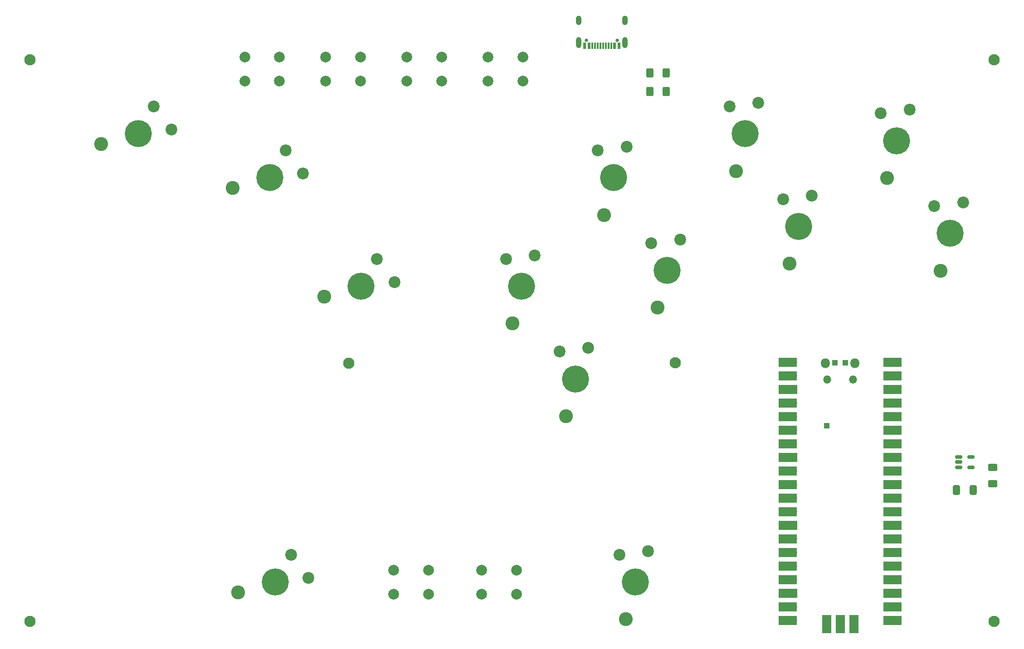
<source format=gts>
%TF.GenerationSoftware,KiCad,Pcbnew,7.0.2*%
%TF.CreationDate,2023-06-22T21:43:46+09:00*%
%TF.ProjectId,mana-board-kicad,6d616e61-2d62-46f6-9172-642d6b696361,rev?*%
%TF.SameCoordinates,Original*%
%TF.FileFunction,Soldermask,Top*%
%TF.FilePolarity,Negative*%
%FSLAX46Y46*%
G04 Gerber Fmt 4.6, Leading zero omitted, Abs format (unit mm)*
G04 Created by KiCad (PCBNEW 7.0.2) date 2023-06-22 21:43:46*
%MOMM*%
%LPD*%
G01*
G04 APERTURE LIST*
G04 Aperture macros list*
%AMRoundRect*
0 Rectangle with rounded corners*
0 $1 Rounding radius*
0 $2 $3 $4 $5 $6 $7 $8 $9 X,Y pos of 4 corners*
0 Add a 4 corners polygon primitive as box body*
4,1,4,$2,$3,$4,$5,$6,$7,$8,$9,$2,$3,0*
0 Add four circle primitives for the rounded corners*
1,1,$1+$1,$2,$3*
1,1,$1+$1,$4,$5*
1,1,$1+$1,$6,$7*
1,1,$1+$1,$8,$9*
0 Add four rect primitives between the rounded corners*
20,1,$1+$1,$2,$3,$4,$5,0*
20,1,$1+$1,$4,$5,$6,$7,0*
20,1,$1+$1,$6,$7,$8,$9,0*
20,1,$1+$1,$8,$9,$2,$3,0*%
G04 Aperture macros list end*
%ADD10C,2.600000*%
%ADD11C,5.050000*%
%ADD12C,2.200000*%
%ADD13C,2.100000*%
%ADD14RoundRect,0.250000X0.412500X0.650000X-0.412500X0.650000X-0.412500X-0.650000X0.412500X-0.650000X0*%
%ADD15RoundRect,0.250000X0.400000X0.625000X-0.400000X0.625000X-0.400000X-0.625000X0.400000X-0.625000X0*%
%ADD16R,1.000000X1.000000*%
%ADD17C,2.000000*%
%ADD18RoundRect,0.250000X-0.625000X0.400000X-0.625000X-0.400000X0.625000X-0.400000X0.625000X0.400000X0*%
%ADD19O,1.800000X1.800000*%
%ADD20O,1.500000X1.500000*%
%ADD21O,1.700000X1.700000*%
%ADD22R,3.500000X1.700000*%
%ADD23R,1.700000X1.700000*%
%ADD24R,1.700000X3.500000*%
%ADD25C,0.650000*%
%ADD26R,0.600000X1.150000*%
%ADD27R,0.300000X1.150000*%
%ADD28O,1.000000X2.100000*%
%ADD29O,1.000000X1.800000*%
%ADD30RoundRect,0.150000X-0.512500X-0.150000X0.512500X-0.150000X0.512500X0.150000X-0.512500X0.150000X0*%
G04 APERTURE END LIST*
D10*
%TO.C,B1*%
X165792967Y-109656184D03*
D11*
X167548094Y-102696153D03*
D12*
X164598094Y-97586603D03*
X169978221Y-96905256D03*
%TD*%
D13*
%TO.C,REF\u002A\u002A*%
X186229639Y-99721323D03*
%TD*%
%TO.C,REF\u002A\u002A*%
X65750000Y-43000000D03*
%TD*%
D14*
%TO.C,C1*%
X241812500Y-123500000D03*
X238687500Y-123500000D03*
%TD*%
D10*
%TO.C,B3*%
X155792968Y-92335677D03*
D11*
X157548095Y-85375646D03*
D12*
X154598095Y-80266096D03*
X159978222Y-79584749D03*
%TD*%
D15*
%TO.C,R4*%
X184550000Y-45500000D03*
X181450000Y-45500000D03*
%TD*%
D16*
%TO.C,TP6*%
X214500000Y-111470000D03*
%TD*%
D17*
%TO.C,S1*%
X136110000Y-42500000D03*
X142610000Y-42500000D03*
X136110000Y-47000000D03*
X142610000Y-47000000D03*
%TD*%
D18*
%TO.C,R6*%
X245500000Y-119200000D03*
X245500000Y-122300000D03*
%TD*%
D17*
%TO.C,S2*%
X151250000Y-42500000D03*
X157750000Y-42500000D03*
X151250000Y-47000000D03*
X157750000Y-47000000D03*
%TD*%
D10*
%TO.C,B4*%
X172943602Y-72041447D03*
D11*
X174698729Y-65081416D03*
D12*
X171748729Y-59971866D03*
X177128856Y-59290519D03*
%TD*%
D19*
%TO.C,U1*%
X214275000Y-99750000D03*
D20*
X214575000Y-102780000D03*
X219425000Y-102780000D03*
D19*
X219725000Y-99750000D03*
D21*
X208110000Y-99620000D03*
D22*
X207210000Y-99620000D03*
D21*
X208110000Y-102160000D03*
D22*
X207210000Y-102160000D03*
D23*
X208110000Y-104700000D03*
D22*
X207210000Y-104700000D03*
D21*
X208110000Y-107240000D03*
D22*
X207210000Y-107240000D03*
D21*
X208110000Y-109780000D03*
D22*
X207210000Y-109780000D03*
D21*
X208110000Y-112320000D03*
D22*
X207210000Y-112320000D03*
D21*
X208110000Y-114860000D03*
D22*
X207210000Y-114860000D03*
D23*
X208110000Y-117400000D03*
D22*
X207210000Y-117400000D03*
D21*
X208110000Y-119940000D03*
D22*
X207210000Y-119940000D03*
D21*
X208110000Y-122480000D03*
D22*
X207210000Y-122480000D03*
D21*
X208110000Y-125020000D03*
D22*
X207210000Y-125020000D03*
D21*
X208110000Y-127560000D03*
D22*
X207210000Y-127560000D03*
D23*
X208110000Y-130100000D03*
D22*
X207210000Y-130100000D03*
D21*
X208110000Y-132640000D03*
D22*
X207210000Y-132640000D03*
D21*
X208110000Y-135180000D03*
D22*
X207210000Y-135180000D03*
D21*
X208110000Y-137720000D03*
D22*
X207210000Y-137720000D03*
D21*
X208110000Y-140260000D03*
D22*
X207210000Y-140260000D03*
D23*
X208110000Y-142800000D03*
D22*
X207210000Y-142800000D03*
D21*
X208110000Y-145340000D03*
D22*
X207210000Y-145340000D03*
D21*
X208110000Y-147880000D03*
D22*
X207210000Y-147880000D03*
D21*
X225890000Y-147880000D03*
D22*
X226790000Y-147880000D03*
D21*
X225890000Y-145340000D03*
D22*
X226790000Y-145340000D03*
D23*
X225890000Y-142800000D03*
D22*
X226790000Y-142800000D03*
D21*
X225890000Y-140260000D03*
D22*
X226790000Y-140260000D03*
D21*
X225890000Y-137720000D03*
D22*
X226790000Y-137720000D03*
D21*
X225890000Y-135180000D03*
D22*
X226790000Y-135180000D03*
D21*
X225890000Y-132640000D03*
D22*
X226790000Y-132640000D03*
D23*
X225890000Y-130100000D03*
D22*
X226790000Y-130100000D03*
D21*
X225890000Y-127560000D03*
D22*
X226790000Y-127560000D03*
D21*
X225890000Y-125020000D03*
D22*
X226790000Y-125020000D03*
D21*
X225890000Y-122480000D03*
D22*
X226790000Y-122480000D03*
D21*
X225890000Y-119940000D03*
D22*
X226790000Y-119940000D03*
D23*
X225890000Y-117400000D03*
D22*
X226790000Y-117400000D03*
D21*
X225890000Y-114860000D03*
D22*
X226790000Y-114860000D03*
D21*
X225890000Y-112320000D03*
D22*
X226790000Y-112320000D03*
D21*
X225890000Y-109780000D03*
D22*
X226790000Y-109780000D03*
D21*
X225890000Y-107240000D03*
D22*
X226790000Y-107240000D03*
D23*
X225890000Y-104700000D03*
D22*
X226790000Y-104700000D03*
D21*
X225890000Y-102160000D03*
D22*
X226790000Y-102160000D03*
D21*
X225890000Y-99620000D03*
D22*
X226790000Y-99620000D03*
D21*
X214460000Y-147650000D03*
D24*
X214460000Y-148550000D03*
D23*
X217000000Y-147650000D03*
D24*
X217000000Y-148550000D03*
D21*
X219540000Y-147650000D03*
D24*
X219540000Y-148550000D03*
%TD*%
D10*
%TO.C,L2*%
X235779873Y-82460031D03*
D11*
X237535000Y-75500000D03*
D12*
X234585000Y-70390450D03*
X239965127Y-69709103D03*
%TD*%
D13*
%TO.C,REF\u002A\u002A*%
X245750000Y-43000000D03*
%TD*%
%TO.C,REF\u002A\u002A*%
X125250000Y-99750000D03*
%TD*%
D10*
%TO.C,R2*%
X207529873Y-81154628D03*
D11*
X209285000Y-74194597D03*
D12*
X206335000Y-69085047D03*
X211715127Y-68403700D03*
%TD*%
D10*
%TO.C,UP2*%
X176980968Y-147636677D03*
D11*
X178736095Y-140676646D03*
D12*
X175786095Y-135567096D03*
X181166222Y-134885749D03*
%TD*%
D15*
%TO.C,R5*%
X184550000Y-49000000D03*
X181450000Y-49000000D03*
%TD*%
D13*
%TO.C,REF\u002A\u002A*%
X245750000Y-148000000D03*
%TD*%
D10*
%TO.C,LEFT1*%
X79028547Y-58810962D03*
D11*
X85933674Y-56850931D03*
D12*
X88883674Y-51741381D03*
X92163801Y-56060034D03*
%TD*%
D17*
%TO.C,A1*%
X120970000Y-42500000D03*
X127470000Y-42500000D03*
X120970000Y-47000000D03*
X127470000Y-47000000D03*
%TD*%
D10*
%TO.C,R1*%
X197529873Y-63834121D03*
D11*
X199285000Y-56874090D03*
D12*
X196335000Y-51764540D03*
X201715127Y-51083193D03*
%TD*%
D25*
%TO.C,USB1*%
X175390000Y-39355000D03*
X169610000Y-39355000D03*
D26*
X175700000Y-40430000D03*
X174900000Y-40430000D03*
D27*
X173750000Y-40430000D03*
X172750000Y-40430000D03*
X172250000Y-40430000D03*
X171250000Y-40430000D03*
D26*
X170100000Y-40430000D03*
X169300000Y-40430000D03*
X169300000Y-40430000D03*
X170100000Y-40430000D03*
D27*
X170750000Y-40430000D03*
X171750000Y-40430000D03*
X173250000Y-40430000D03*
X174250000Y-40430000D03*
D26*
X174900000Y-40430000D03*
X175700000Y-40430000D03*
D28*
X176820000Y-39855000D03*
D29*
X176820000Y-35675000D03*
D28*
X168180000Y-39855000D03*
D29*
X168180000Y-35675000D03*
%TD*%
D10*
%TO.C,UP1*%
X104622050Y-142636677D03*
D11*
X111527177Y-140676646D03*
D12*
X114477177Y-135567096D03*
X117757304Y-139885749D03*
%TD*%
D17*
%TO.C,R3*%
X150104703Y-138426646D03*
X156604703Y-138426646D03*
X150104703Y-142926646D03*
X156604703Y-142926646D03*
%TD*%
%TO.C,L3*%
X133658567Y-138426646D03*
X140158567Y-138426646D03*
X133658567Y-142926646D03*
X140158567Y-142926646D03*
%TD*%
%TO.C,A2*%
X105830000Y-42500000D03*
X112330000Y-42500000D03*
X105830000Y-47000000D03*
X112330000Y-47000000D03*
%TD*%
D10*
%TO.C,RIGHT1*%
X120642968Y-87335677D03*
D11*
X127548095Y-85375646D03*
D12*
X130498095Y-80266096D03*
X133778222Y-84584749D03*
%TD*%
D16*
%TO.C,TP3*%
X216000000Y-99669999D03*
%TD*%
D30*
%TO.C,U2*%
X239112500Y-117300000D03*
X239112500Y-118250000D03*
X239112500Y-119200000D03*
X241387500Y-119200000D03*
X241387500Y-117300000D03*
%TD*%
D10*
%TO.C,B2*%
X182943602Y-89361955D03*
D11*
X184698729Y-82401924D03*
D12*
X181748729Y-77292374D03*
X187128856Y-76611027D03*
%TD*%
D16*
%TO.C,TP2*%
X218000001Y-99669998D03*
%TD*%
D13*
%TO.C,REF\u002A\u002A*%
X65750000Y-148000000D03*
%TD*%
D10*
%TO.C,DOWN1*%
X103609096Y-67035499D03*
D11*
X110514223Y-65075468D03*
D12*
X113464223Y-59965918D03*
X116744350Y-64284571D03*
%TD*%
D10*
%TO.C,L1*%
X225779873Y-65139524D03*
D11*
X227535000Y-58179493D03*
D12*
X224585000Y-53069943D03*
X229965127Y-52388596D03*
%TD*%
M02*

</source>
